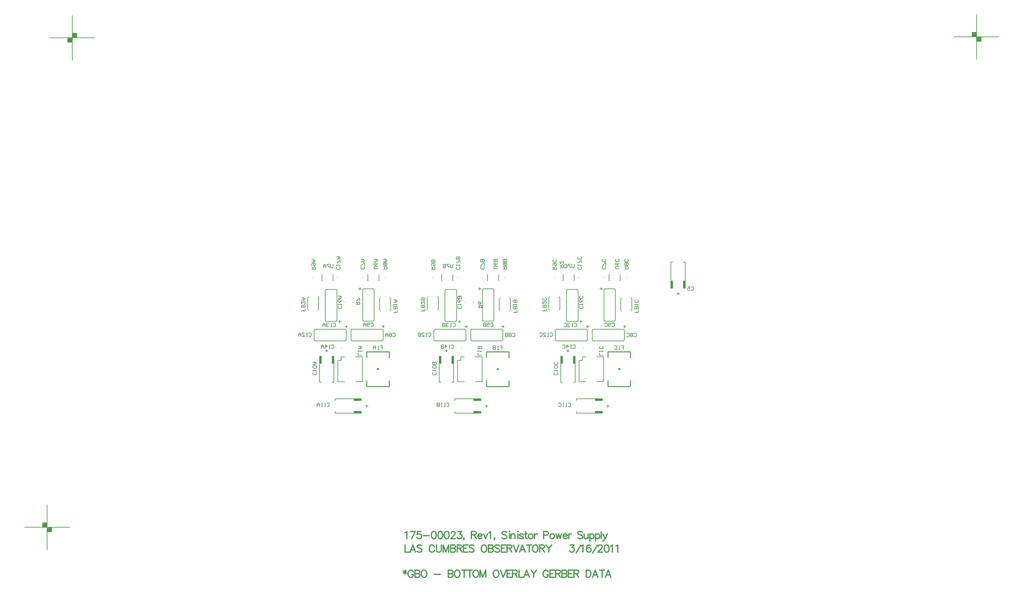
<source format=gbo>
%FSLAX23Y23*%
%MOIN*%
G70*
G01*
G75*
G04 Layer_Color=32896*
%ADD10R,0.051X0.059*%
%ADD11R,0.102X0.094*%
%ADD12R,0.070X0.135*%
%ADD13R,0.050X0.050*%
%ADD14R,0.079X0.209*%
%ADD15R,0.050X0.050*%
%ADD16R,0.022X0.057*%
%ADD17R,0.022X0.057*%
%ADD18R,0.059X0.051*%
%ADD19R,0.200X0.040*%
%ADD20R,0.200X0.150*%
%ADD21R,0.057X0.022*%
%ADD22R,0.057X0.022*%
%ADD23R,0.036X0.036*%
%ADD24O,0.014X0.067*%
%ADD25O,0.024X0.079*%
%ADD26R,0.059X0.039*%
%ADD27R,0.057X0.012*%
%ADD28R,0.025X0.185*%
%ADD29R,0.025X0.100*%
%ADD30C,0.010*%
%ADD31C,0.050*%
%ADD32C,0.007*%
%ADD33C,0.100*%
%ADD34C,0.012*%
%ADD35C,0.008*%
%ADD36C,0.012*%
%ADD37C,0.012*%
%ADD38C,0.115*%
%ADD39C,0.080*%
%ADD40R,0.120X0.120*%
%ADD41C,0.120*%
%ADD42R,0.059X0.059*%
%ADD43C,0.059*%
%ADD44C,0.050*%
%ADD45R,0.063X0.063*%
%ADD46C,0.063*%
%ADD47C,0.098*%
%ADD48C,0.065*%
%ADD49C,0.220*%
%ADD50C,0.039*%
%ADD51C,0.024*%
%ADD52C,0.030*%
%ADD53C,0.040*%
%ADD54C,0.093*%
G04:AMPARAMS|DCode=55|XSize=98mil|YSize=98mil|CornerRadius=0mil|HoleSize=0mil|Usage=FLASHONLY|Rotation=0.000|XOffset=0mil|YOffset=0mil|HoleType=Round|Shape=Relief|Width=10mil|Gap=10mil|Entries=4|*
%AMTHD55*
7,0,0,0.098,0.078,0.010,45*
%
%ADD55THD55*%
%ADD56C,0.098*%
%ADD57C,0.055*%
G04:AMPARAMS|DCode=58|XSize=95.433mil|YSize=95.433mil|CornerRadius=0mil|HoleSize=0mil|Usage=FLASHONLY|Rotation=0.000|XOffset=0mil|YOffset=0mil|HoleType=Round|Shape=Relief|Width=10mil|Gap=10mil|Entries=4|*
%AMTHD58*
7,0,0,0.095,0.075,0.010,45*
%
%ADD58THD58*%
%ADD59C,0.130*%
%ADD60C,0.059*%
%ADD61C,0.079*%
%ADD62C,0.072*%
%ADD63C,0.060*%
%ADD64C,0.170*%
%ADD65C,0.048*%
G04:AMPARAMS|DCode=66|XSize=87.559mil|YSize=87.559mil|CornerRadius=0mil|HoleSize=0mil|Usage=FLASHONLY|Rotation=0.000|XOffset=0mil|YOffset=0mil|HoleType=Round|Shape=Relief|Width=10mil|Gap=10mil|Entries=4|*
%AMTHD66*
7,0,0,0.088,0.068,0.010,45*
%
%ADD66THD66*%
%ADD67C,0.186*%
%ADD68C,0.060*%
%ADD69C,0.048*%
G04:AMPARAMS|DCode=70|XSize=70mil|YSize=70mil|CornerRadius=0mil|HoleSize=0mil|Usage=FLASHONLY|Rotation=0.000|XOffset=0mil|YOffset=0mil|HoleType=Round|Shape=Relief|Width=10mil|Gap=10mil|Entries=4|*
%AMTHD70*
7,0,0,0.070,0.050,0.010,45*
%
%ADD70THD70*%
G04:AMPARAMS|DCode=71|XSize=88mil|YSize=88mil|CornerRadius=0mil|HoleSize=0mil|Usage=FLASHONLY|Rotation=0.000|XOffset=0mil|YOffset=0mil|HoleType=Round|Shape=Relief|Width=10mil|Gap=10mil|Entries=4|*
%AMTHD71*
7,0,0,0.088,0.068,0.010,45*
%
%ADD71THD71*%
G04:AMPARAMS|DCode=72|XSize=75mil|YSize=75mil|CornerRadius=0mil|HoleSize=0mil|Usage=FLASHONLY|Rotation=0.000|XOffset=0mil|YOffset=0mil|HoleType=Round|Shape=Relief|Width=10mil|Gap=10mil|Entries=4|*
%AMTHD72*
7,0,0,0.075,0.055,0.010,45*
%
%ADD72THD72*%
%ADD73C,0.035*%
%ADD74C,0.005*%
%ADD75C,0.058*%
G04:AMPARAMS|DCode=76|XSize=138mil|YSize=138mil|CornerRadius=0mil|HoleSize=0mil|Usage=FLASHONLY|Rotation=0.000|XOffset=0mil|YOffset=0mil|HoleType=Round|Shape=Relief|Width=10mil|Gap=10mil|Entries=4|*
%AMTHD76*
7,0,0,0.138,0.118,0.010,45*
%
%ADD76THD76*%
G04:AMPARAMS|DCode=77|XSize=119.055mil|YSize=119.055mil|CornerRadius=0mil|HoleSize=0mil|Usage=FLASHONLY|Rotation=0.000|XOffset=0mil|YOffset=0mil|HoleType=Round|Shape=Relief|Width=10mil|Gap=10mil|Entries=4|*
%AMTHD77*
7,0,0,0.119,0.099,0.010,45*
%
%ADD77THD77*%
G04:AMPARAMS|DCode=78|XSize=112mil|YSize=112mil|CornerRadius=0mil|HoleSize=0mil|Usage=FLASHONLY|Rotation=0.000|XOffset=0mil|YOffset=0mil|HoleType=Round|Shape=Relief|Width=10mil|Gap=10mil|Entries=4|*
%AMTHD78*
7,0,0,0.112,0.092,0.010,45*
%
%ADD78THD78*%
G04:AMPARAMS|DCode=79|XSize=100mil|YSize=100mil|CornerRadius=0mil|HoleSize=0mil|Usage=FLASHONLY|Rotation=0.000|XOffset=0mil|YOffset=0mil|HoleType=Round|Shape=Relief|Width=10mil|Gap=10mil|Entries=4|*
%AMTHD79*
7,0,0,0.100,0.080,0.010,45*
%
%ADD79THD79*%
%ADD80R,0.094X0.102*%
%ADD81R,0.087X0.059*%
%ADD82R,0.209X0.079*%
%ADD83R,0.100X0.100*%
%ADD84R,0.086X0.060*%
%ADD85R,0.100X0.100*%
%ADD86C,0.010*%
%ADD87C,0.020*%
%ADD88C,0.004*%
%ADD89C,0.010*%
%ADD90C,0.024*%
%ADD91C,0.020*%
%ADD92C,0.008*%
%ADD93C,0.006*%
%ADD94C,0.007*%
%ADD95C,0.015*%
%ADD96R,0.286X0.155*%
%ADD97R,0.082X0.020*%
%ADD98R,0.055X0.063*%
%ADD99R,0.106X0.098*%
%ADD100R,0.074X0.139*%
%ADD101R,0.054X0.054*%
%ADD102R,0.083X0.213*%
%ADD103R,0.054X0.054*%
%ADD104R,0.026X0.061*%
%ADD105R,0.026X0.061*%
%ADD106R,0.063X0.055*%
%ADD107R,0.204X0.044*%
%ADD108R,0.204X0.154*%
%ADD109R,0.061X0.026*%
%ADD110R,0.061X0.026*%
%ADD111R,0.040X0.040*%
%ADD112O,0.018X0.071*%
%ADD113O,0.028X0.083*%
%ADD114R,0.063X0.043*%
%ADD115R,0.061X0.016*%
%ADD116R,0.029X0.189*%
%ADD117R,0.029X0.104*%
%ADD118C,0.119*%
%ADD119C,0.084*%
%ADD120R,0.124X0.124*%
%ADD121C,0.124*%
%ADD122R,0.063X0.063*%
%ADD123C,0.063*%
%ADD124C,0.054*%
%ADD125R,0.067X0.067*%
%ADD126C,0.067*%
%ADD127C,0.102*%
%ADD128C,0.069*%
%ADD129C,0.224*%
%ADD130C,0.043*%
%ADD131C,0.028*%
%ADD132C,0.034*%
%ADD133R,2.294X0.413*%
%ADD134R,0.098X0.106*%
%ADD135R,0.091X0.063*%
%ADD136R,0.213X0.083*%
%ADD137R,0.104X0.104*%
%ADD138R,0.090X0.064*%
%ADD139R,0.104X0.104*%
%ADD140R,0.020X0.082*%
D32*
X18998Y17528D02*
X18996Y17535D01*
X18988Y17538D01*
X18987Y17392D02*
X18995Y17395D01*
X18998Y17403D01*
X18874Y17402D02*
X18877Y17395D01*
X18884Y17392D01*
Y17538D02*
X18877Y17535D01*
X18874Y17528D01*
X19798Y17518D02*
X19796Y17525D01*
X19788Y17528D01*
X19787Y17382D02*
X19795Y17385D01*
X19798Y17393D01*
X19674Y17392D02*
X19677Y17385D01*
X19684Y17382D01*
Y17528D02*
X19677Y17525D01*
X19674Y17518D01*
X20328Y17528D02*
X20326Y17535D01*
X20318Y17538D01*
X20317Y17392D02*
X20325Y17395D01*
X20328Y17403D01*
X20204Y17402D02*
X20207Y17395D01*
X20214Y17392D01*
Y17538D02*
X20207Y17535D01*
X20204Y17528D01*
X21128Y17518D02*
X21126Y17525D01*
X21118Y17528D01*
X21117Y17382D02*
X21125Y17385D01*
X21128Y17393D01*
X21004Y17392D02*
X21007Y17385D01*
X21014Y17382D01*
Y17528D02*
X21007Y17525D01*
X21004Y17518D01*
X21678Y17528D02*
X21676Y17535D01*
X21668Y17538D01*
X21667Y17392D02*
X21675Y17395D01*
X21678Y17403D01*
X21554Y17402D02*
X21557Y17395D01*
X21564Y17392D01*
Y17538D02*
X21557Y17535D01*
X21554Y17528D01*
X22478Y17518D02*
X22476Y17525D01*
X22468Y17528D01*
X22467Y17382D02*
X22475Y17385D01*
X22478Y17393D01*
X22354Y17392D02*
X22357Y17385D01*
X22364Y17382D01*
Y17528D02*
X22357Y17525D01*
X22354Y17518D01*
X22991Y17560D02*
Y17590D01*
X22976Y17575D02*
X23006D01*
X19516Y16325D02*
X19546D01*
X19531Y16310D02*
Y16340D01*
X19086Y16925D02*
Y16955D01*
X19071Y16940D02*
X19101D01*
X19716Y17195D02*
Y17225D01*
X19701Y17210D02*
X19731D01*
X19306Y17195D02*
Y17225D01*
X19291Y17210D02*
X19321D01*
X18998Y17403D02*
Y17528D01*
X18874Y17402D02*
Y17528D01*
X19216Y17265D02*
X19246D01*
X19231Y17250D02*
Y17280D01*
X19441Y17630D02*
X19471D01*
X19456Y17615D02*
Y17645D01*
X19798Y17393D02*
Y17518D01*
X19674Y17392D02*
Y17518D01*
X20328Y17403D02*
Y17528D01*
X20204Y17402D02*
Y17528D01*
X21128Y17393D02*
Y17518D01*
X21004Y17392D02*
Y17518D01*
X20546Y17265D02*
X20576D01*
X20561Y17250D02*
Y17280D01*
X20636Y17195D02*
Y17225D01*
X20621Y17210D02*
X20651D01*
X20846Y16325D02*
X20876D01*
X20861Y16310D02*
Y16340D01*
X20416Y16925D02*
Y16955D01*
X20401Y16940D02*
X20431D01*
X20771Y17630D02*
X20801D01*
X20786Y17615D02*
Y17645D01*
X21046Y17195D02*
Y17225D01*
X21031Y17210D02*
X21061D01*
X21678Y17403D02*
Y17528D01*
X21554Y17402D02*
Y17528D01*
X22478Y17393D02*
Y17518D01*
X22354Y17392D02*
Y17518D01*
X21896Y17265D02*
X21926D01*
X21911Y17250D02*
Y17280D01*
X21986Y17195D02*
Y17225D01*
X21971Y17210D02*
X22001D01*
X22196Y16325D02*
X22226D01*
X22211Y16310D02*
Y16340D01*
X21766Y16925D02*
Y16955D01*
X21751Y16940D02*
X21781D01*
X22121Y17630D02*
X22151D01*
X22136Y17615D02*
Y17645D01*
X22396Y17195D02*
Y17225D01*
X22381Y17210D02*
X22411D01*
X23136Y17647D02*
X23142Y17653D01*
X23156D01*
X23162Y17647D01*
Y17620D01*
X23156Y17613D01*
X23142D01*
X23136Y17620D01*
X23096Y17653D02*
X23122D01*
Y17633D01*
X23109Y17640D01*
X23102D01*
X23096Y17633D01*
Y17620D01*
X23102Y17613D01*
X23116D01*
X23122Y17620D01*
X19500Y17878D02*
X19506Y17871D01*
Y17858D01*
X19500Y17851D01*
X19473D01*
X19466Y17858D01*
Y17871D01*
X19473Y17878D01*
X19506Y17891D02*
Y17918D01*
X19500D01*
X19473Y17891D01*
X19466D01*
Y17931D02*
X19493D01*
X19506Y17944D01*
X19493Y17958D01*
X19466D01*
X19486D01*
Y17931D01*
X20830Y17878D02*
X20836Y17871D01*
Y17858D01*
X20830Y17851D01*
X20803D01*
X20796Y17858D01*
Y17871D01*
X20803Y17878D01*
X20836Y17891D02*
Y17918D01*
X20830D01*
X20803Y17891D01*
X20796D01*
X20836Y17931D02*
X20796D01*
Y17951D01*
X20803Y17958D01*
X20810D01*
X20816Y17951D01*
Y17931D01*
Y17951D01*
X20823Y17958D01*
X20830D01*
X20836Y17951D01*
Y17931D01*
X22180Y17878D02*
X22186Y17871D01*
Y17858D01*
X22180Y17851D01*
X22153D01*
X22146Y17858D01*
Y17871D01*
X22153Y17878D01*
X22186Y17891D02*
Y17918D01*
X22180D01*
X22153Y17891D01*
X22146D01*
X22180Y17958D02*
X22186Y17951D01*
Y17938D01*
X22180Y17931D01*
X22153D01*
X22146Y17938D01*
Y17951D01*
X22153Y17958D01*
X19821Y17129D02*
X19827Y17136D01*
X19841D01*
X19847Y17129D01*
Y17103D01*
X19841Y17096D01*
X19827D01*
X19821Y17103D01*
X19807Y17129D02*
X19801Y17136D01*
X19787D01*
X19781Y17129D01*
Y17123D01*
X19787Y17116D01*
X19781Y17109D01*
Y17103D01*
X19787Y17096D01*
X19801D01*
X19807Y17103D01*
Y17109D01*
X19801Y17116D01*
X19807Y17123D01*
Y17129D01*
X19801Y17116D02*
X19787D01*
X19767Y17096D02*
Y17123D01*
X19754Y17136D01*
X19741Y17123D01*
Y17096D01*
Y17116D01*
X19767D01*
X21151Y17129D02*
X21157Y17136D01*
X21171D01*
X21177Y17129D01*
Y17103D01*
X21171Y17096D01*
X21157D01*
X21151Y17103D01*
X21137Y17129D02*
X21131Y17136D01*
X21117D01*
X21111Y17129D01*
Y17123D01*
X21117Y17116D01*
X21111Y17109D01*
Y17103D01*
X21117Y17096D01*
X21131D01*
X21137Y17103D01*
Y17109D01*
X21131Y17116D01*
X21137Y17123D01*
Y17129D01*
X21131Y17116D02*
X21117D01*
X21097Y17136D02*
Y17096D01*
X21077D01*
X21071Y17103D01*
Y17109D01*
X21077Y17116D01*
X21097D01*
X21077D01*
X21071Y17123D01*
Y17129D01*
X21077Y17136D01*
X21097D01*
X22501Y17129D02*
X22507Y17136D01*
X22521D01*
X22527Y17129D01*
Y17103D01*
X22521Y17096D01*
X22507D01*
X22501Y17103D01*
X22487Y17129D02*
X22481Y17136D01*
X22467D01*
X22461Y17129D01*
Y17123D01*
X22467Y17116D01*
X22461Y17109D01*
Y17103D01*
X22467Y17096D01*
X22481D01*
X22487Y17103D01*
Y17109D01*
X22481Y17116D01*
X22487Y17123D01*
Y17129D01*
X22481Y17116D02*
X22467D01*
X22421Y17129D02*
X22427Y17136D01*
X22441D01*
X22447Y17129D01*
Y17103D01*
X22441Y17096D01*
X22427D01*
X22421Y17103D01*
X19577Y17241D02*
X19583Y17248D01*
X19597D01*
X19603Y17241D01*
Y17215D01*
X19597Y17208D01*
X19583D01*
X19577Y17215D01*
X19563D02*
X19557Y17208D01*
X19543D01*
X19537Y17215D01*
Y17241D01*
X19543Y17248D01*
X19557D01*
X19563Y17241D01*
Y17235D01*
X19557Y17228D01*
X19537D01*
X19523Y17208D02*
Y17235D01*
X19510Y17248D01*
X19497Y17235D01*
Y17208D01*
Y17228D01*
X19523D01*
X20907Y17241D02*
X20913Y17248D01*
X20927D01*
X20933Y17241D01*
Y17215D01*
X20927Y17208D01*
X20913D01*
X20907Y17215D01*
X20893D02*
X20887Y17208D01*
X20873D01*
X20867Y17215D01*
Y17241D01*
X20873Y17248D01*
X20887D01*
X20893Y17241D01*
Y17235D01*
X20887Y17228D01*
X20867D01*
X20853Y17248D02*
Y17208D01*
X20833D01*
X20827Y17215D01*
Y17221D01*
X20833Y17228D01*
X20853D01*
X20833D01*
X20827Y17235D01*
Y17241D01*
X20833Y17248D01*
X20853D01*
X22257Y17241D02*
X22263Y17248D01*
X22277D01*
X22283Y17241D01*
Y17215D01*
X22277Y17208D01*
X22263D01*
X22257Y17215D01*
X22243D02*
X22237Y17208D01*
X22223D01*
X22217Y17215D01*
Y17241D01*
X22223Y17248D01*
X22237D01*
X22243Y17241D01*
Y17235D01*
X22237Y17228D01*
X22217D01*
X22177Y17241D02*
X22183Y17248D01*
X22197D01*
X22203Y17241D01*
Y17215D01*
X22197Y17208D01*
X22183D01*
X22177Y17215D01*
X18968Y16699D02*
X18974Y16692D01*
Y16679D01*
X18968Y16672D01*
X18941D01*
X18934Y16679D01*
Y16692D01*
X18941Y16699D01*
X18934Y16712D02*
Y16725D01*
Y16719D01*
X18974D01*
X18968Y16712D01*
Y16745D02*
X18974Y16752D01*
Y16765D01*
X18968Y16772D01*
X18941D01*
X18934Y16765D01*
Y16752D01*
X18941Y16745D01*
X18968D01*
X18934Y16785D02*
X18961D01*
X18974Y16799D01*
X18961Y16812D01*
X18934D01*
X18954D01*
Y16785D01*
X20298Y16699D02*
X20304Y16692D01*
Y16679D01*
X20298Y16672D01*
X20271D01*
X20264Y16679D01*
Y16692D01*
X20271Y16699D01*
X20264Y16712D02*
Y16725D01*
Y16719D01*
X20304D01*
X20298Y16712D01*
Y16745D02*
X20304Y16752D01*
Y16765D01*
X20298Y16772D01*
X20271D01*
X20264Y16765D01*
Y16752D01*
X20271Y16745D01*
X20298D01*
X20304Y16785D02*
X20264D01*
Y16805D01*
X20271Y16812D01*
X20278D01*
X20284Y16805D01*
Y16785D01*
Y16805D01*
X20291Y16812D01*
X20298D01*
X20304Y16805D01*
Y16785D01*
X21648Y16699D02*
X21654Y16692D01*
Y16679D01*
X21648Y16672D01*
X21621D01*
X21614Y16679D01*
Y16692D01*
X21621Y16699D01*
X21614Y16712D02*
Y16725D01*
Y16719D01*
X21654D01*
X21648Y16712D01*
Y16745D02*
X21654Y16752D01*
Y16765D01*
X21648Y16772D01*
X21621D01*
X21614Y16765D01*
Y16752D01*
X21621Y16745D01*
X21648D01*
Y16812D02*
X21654Y16805D01*
Y16792D01*
X21648Y16785D01*
X21621D01*
X21614Y16792D01*
Y16805D01*
X21621Y16812D01*
X19089Y16353D02*
X19095Y16360D01*
X19109D01*
X19115Y16353D01*
Y16327D01*
X19109Y16320D01*
X19095D01*
X19089Y16327D01*
X19075Y16320D02*
X19062D01*
X19069D01*
Y16360D01*
X19075Y16353D01*
X19042Y16320D02*
X19029D01*
X19035D01*
Y16360D01*
X19042Y16353D01*
X19009Y16320D02*
Y16347D01*
X18995Y16360D01*
X18982Y16347D01*
Y16320D01*
Y16340D01*
X19009D01*
X20419Y16353D02*
X20425Y16360D01*
X20439D01*
X20445Y16353D01*
Y16327D01*
X20439Y16320D01*
X20425D01*
X20419Y16327D01*
X20405Y16320D02*
X20392D01*
X20399D01*
Y16360D01*
X20405Y16353D01*
X20372Y16320D02*
X20359D01*
X20365D01*
Y16360D01*
X20372Y16353D01*
X20339Y16360D02*
Y16320D01*
X20319D01*
X20312Y16327D01*
Y16333D01*
X20319Y16340D01*
X20339D01*
X20319D01*
X20312Y16347D01*
Y16353D01*
X20319Y16360D01*
X20339D01*
X21769Y16353D02*
X21775Y16360D01*
X21789D01*
X21795Y16353D01*
Y16327D01*
X21789Y16320D01*
X21775D01*
X21769Y16327D01*
X21755Y16320D02*
X21742D01*
X21749D01*
Y16360D01*
X21755Y16353D01*
X21722Y16320D02*
X21709D01*
X21715D01*
Y16360D01*
X21722Y16353D01*
X21662D02*
X21669Y16360D01*
X21682D01*
X21689Y16353D01*
Y16327D01*
X21682Y16320D01*
X21669D01*
X21662Y16327D01*
X18887Y17134D02*
X18893Y17141D01*
X18907D01*
X18913Y17134D01*
Y17108D01*
X18907Y17101D01*
X18893D01*
X18887Y17108D01*
X18873Y17101D02*
X18860D01*
X18867D01*
Y17141D01*
X18873Y17134D01*
X18813Y17101D02*
X18840D01*
X18813Y17128D01*
Y17134D01*
X18820Y17141D01*
X18833D01*
X18840Y17134D01*
X18800Y17101D02*
Y17128D01*
X18787Y17141D01*
X18774Y17128D01*
Y17101D01*
Y17121D01*
X18800D01*
X20217Y17134D02*
X20223Y17141D01*
X20237D01*
X20243Y17134D01*
Y17108D01*
X20237Y17101D01*
X20223D01*
X20217Y17108D01*
X20203Y17101D02*
X20190D01*
X20197D01*
Y17141D01*
X20203Y17134D01*
X20143Y17101D02*
X20170D01*
X20143Y17128D01*
Y17134D01*
X20150Y17141D01*
X20163D01*
X20170Y17134D01*
X20130Y17141D02*
Y17101D01*
X20110D01*
X20104Y17108D01*
Y17114D01*
X20110Y17121D01*
X20130D01*
X20110D01*
X20104Y17128D01*
Y17134D01*
X20110Y17141D01*
X20130D01*
X21567Y17134D02*
X21573Y17141D01*
X21587D01*
X21593Y17134D01*
Y17108D01*
X21587Y17101D01*
X21573D01*
X21567Y17108D01*
X21553Y17101D02*
X21540D01*
X21547D01*
Y17141D01*
X21553Y17134D01*
X21493Y17101D02*
X21520D01*
X21493Y17128D01*
Y17134D01*
X21500Y17141D01*
X21513D01*
X21520Y17134D01*
X21454D02*
X21460Y17141D01*
X21473D01*
X21480Y17134D01*
Y17108D01*
X21473Y17101D01*
X21460D01*
X21454Y17108D01*
X19158Y17240D02*
X19164Y17247D01*
X19178D01*
X19184Y17240D01*
Y17214D01*
X19178Y17207D01*
X19164D01*
X19158Y17214D01*
X19144Y17207D02*
X19131D01*
X19138D01*
Y17247D01*
X19144Y17240D01*
X19111D02*
X19104Y17247D01*
X19091D01*
X19084Y17240D01*
Y17234D01*
X19091Y17227D01*
X19098D01*
X19091D01*
X19084Y17220D01*
Y17214D01*
X19091Y17207D01*
X19104D01*
X19111Y17214D01*
X19071Y17207D02*
Y17234D01*
X19058Y17247D01*
X19045Y17234D01*
Y17207D01*
Y17227D01*
X19071D01*
X20488Y17240D02*
X20494Y17247D01*
X20508D01*
X20514Y17240D01*
Y17214D01*
X20508Y17207D01*
X20494D01*
X20488Y17214D01*
X20474Y17207D02*
X20461D01*
X20468D01*
Y17247D01*
X20474Y17240D01*
X20441D02*
X20434Y17247D01*
X20421D01*
X20414Y17240D01*
Y17234D01*
X20421Y17227D01*
X20428D01*
X20421D01*
X20414Y17220D01*
Y17214D01*
X20421Y17207D01*
X20434D01*
X20441Y17214D01*
X20401Y17247D02*
Y17207D01*
X20381D01*
X20375Y17214D01*
Y17220D01*
X20381Y17227D01*
X20401D01*
X20381D01*
X20375Y17234D01*
Y17240D01*
X20381Y17247D01*
X20401D01*
X21838Y17240D02*
X21844Y17247D01*
X21858D01*
X21864Y17240D01*
Y17214D01*
X21858Y17207D01*
X21844D01*
X21838Y17214D01*
X21824Y17207D02*
X21811D01*
X21818D01*
Y17247D01*
X21824Y17240D01*
X21791D02*
X21784Y17247D01*
X21771D01*
X21764Y17240D01*
Y17234D01*
X21771Y17227D01*
X21778D01*
X21771D01*
X21764Y17220D01*
Y17214D01*
X21771Y17207D01*
X21784D01*
X21791Y17214D01*
X21725Y17240D02*
X21731Y17247D01*
X21744D01*
X21751Y17240D01*
Y17214D01*
X21744Y17207D01*
X21731D01*
X21725Y17214D01*
X19140Y16999D02*
X19146Y17006D01*
X19160D01*
X19166Y16999D01*
Y16973D01*
X19160Y16966D01*
X19146D01*
X19140Y16973D01*
X19126Y16966D02*
X19113D01*
X19120D01*
Y17006D01*
X19126Y16999D01*
X19073Y16966D02*
Y17006D01*
X19093Y16986D01*
X19066D01*
X19053Y16966D02*
Y16993D01*
X19040Y17006D01*
X19027Y16993D01*
Y16966D01*
Y16986D01*
X19053D01*
X20470Y16999D02*
X20476Y17006D01*
X20490D01*
X20496Y16999D01*
Y16973D01*
X20490Y16966D01*
X20476D01*
X20470Y16973D01*
X20456Y16966D02*
X20443D01*
X20450D01*
Y17006D01*
X20456Y16999D01*
X20403Y16966D02*
Y17006D01*
X20423Y16986D01*
X20396D01*
X20383Y17006D02*
Y16966D01*
X20363D01*
X20357Y16973D01*
Y16979D01*
X20363Y16986D01*
X20383D01*
X20363D01*
X20357Y16993D01*
Y16999D01*
X20363Y17006D01*
X20383D01*
X21820Y16999D02*
X21826Y17006D01*
X21840D01*
X21846Y16999D01*
Y16973D01*
X21840Y16966D01*
X21826D01*
X21820Y16973D01*
X21806Y16966D02*
X21793D01*
X21800D01*
Y17006D01*
X21806Y16999D01*
X21753Y16966D02*
Y17006D01*
X21773Y16986D01*
X21746D01*
X21707Y16999D02*
X21713Y17006D01*
X21726D01*
X21733Y16999D01*
Y16973D01*
X21726Y16966D01*
X21713D01*
X21707Y16973D01*
X19247Y17435D02*
X19253Y17428D01*
Y17415D01*
X19247Y17408D01*
X19220D01*
X19213Y17415D01*
Y17428D01*
X19220Y17435D01*
X19213Y17448D02*
Y17461D01*
Y17455D01*
X19253D01*
X19247Y17448D01*
X19253Y17508D02*
X19247Y17495D01*
X19233Y17481D01*
X19220D01*
X19213Y17488D01*
Y17501D01*
X19220Y17508D01*
X19227D01*
X19233Y17501D01*
Y17481D01*
X19213Y17521D02*
X19240D01*
X19253Y17535D01*
X19240Y17548D01*
X19213D01*
X19233D01*
Y17521D01*
X20577Y17435D02*
X20583Y17428D01*
Y17415D01*
X20577Y17408D01*
X20550D01*
X20543Y17415D01*
Y17428D01*
X20550Y17435D01*
X20543Y17448D02*
Y17461D01*
Y17455D01*
X20583D01*
X20577Y17448D01*
X20583Y17508D02*
X20577Y17495D01*
X20563Y17481D01*
X20550D01*
X20543Y17488D01*
Y17501D01*
X20550Y17508D01*
X20557D01*
X20563Y17501D01*
Y17481D01*
X20583Y17521D02*
X20543D01*
Y17541D01*
X20550Y17548D01*
X20557D01*
X20563Y17541D01*
Y17521D01*
Y17541D01*
X20570Y17548D01*
X20577D01*
X20583Y17541D01*
Y17521D01*
X21927Y17435D02*
X21933Y17428D01*
Y17415D01*
X21927Y17408D01*
X21900D01*
X21893Y17415D01*
Y17428D01*
X21900Y17435D01*
X21893Y17448D02*
Y17461D01*
Y17455D01*
X21933D01*
X21927Y17448D01*
X21933Y17508D02*
X21927Y17495D01*
X21913Y17481D01*
X21900D01*
X21893Y17488D01*
Y17501D01*
X21900Y17508D01*
X21907D01*
X21913Y17501D01*
Y17481D01*
X21927Y17548D02*
X21933Y17541D01*
Y17528D01*
X21927Y17521D01*
X21900D01*
X21893Y17528D01*
Y17541D01*
X21900Y17548D01*
X19232Y17874D02*
X19238Y17867D01*
Y17854D01*
X19232Y17847D01*
X19205D01*
X19198Y17854D01*
Y17867D01*
X19205Y17874D01*
X19198Y17887D02*
Y17900D01*
Y17894D01*
X19238D01*
X19232Y17887D01*
X19238Y17920D02*
Y17947D01*
X19232D01*
X19205Y17920D01*
X19198D01*
Y17960D02*
X19225D01*
X19238Y17974D01*
X19225Y17987D01*
X19198D01*
X19218D01*
Y17960D01*
X20562Y17874D02*
X20568Y17867D01*
Y17854D01*
X20562Y17847D01*
X20535D01*
X20528Y17854D01*
Y17867D01*
X20535Y17874D01*
X20528Y17887D02*
Y17900D01*
Y17894D01*
X20568D01*
X20562Y17887D01*
X20568Y17920D02*
Y17947D01*
X20562D01*
X20535Y17920D01*
X20528D01*
X20568Y17960D02*
X20528D01*
Y17980D01*
X20535Y17987D01*
X20542D01*
X20548Y17980D01*
Y17960D01*
Y17980D01*
X20555Y17987D01*
X20562D01*
X20568Y17980D01*
Y17960D01*
X21912Y17874D02*
X21918Y17867D01*
Y17854D01*
X21912Y17847D01*
X21885D01*
X21878Y17854D01*
Y17867D01*
X21885Y17874D01*
X21878Y17887D02*
Y17900D01*
Y17894D01*
X21918D01*
X21912Y17887D01*
X21918Y17920D02*
Y17947D01*
X21912D01*
X21885Y17920D01*
X21878D01*
X21912Y17987D02*
X21918Y17980D01*
Y17967D01*
X21912Y17960D01*
X21885D01*
X21878Y17967D01*
Y17980D01*
X21885Y17987D01*
X19679Y16997D02*
X19705D01*
Y16977D01*
X19692D01*
X19705D01*
Y16957D01*
X19665D02*
X19652D01*
X19659D01*
Y16997D01*
X19665Y16990D01*
X19632Y16957D02*
Y16984D01*
X19619Y16997D01*
X19605Y16984D01*
Y16957D01*
Y16977D01*
X19632D01*
X21009Y16997D02*
X21035D01*
Y16977D01*
X21022D01*
X21035D01*
Y16957D01*
X20995D02*
X20982D01*
X20989D01*
Y16997D01*
X20995Y16990D01*
X20962Y16997D02*
Y16957D01*
X20942D01*
X20935Y16964D01*
Y16970D01*
X20942Y16977D01*
X20962D01*
X20942D01*
X20935Y16984D01*
Y16990D01*
X20942Y16997D01*
X20962D01*
X22359D02*
X22385D01*
Y16977D01*
X22372D01*
X22385D01*
Y16957D01*
X22345D02*
X22332D01*
X22339D01*
Y16997D01*
X22345Y16990D01*
X22285D02*
X22292Y16997D01*
X22305D01*
X22312Y16990D01*
Y16964D01*
X22305Y16957D01*
X22292D01*
X22285Y16964D01*
X19872Y17394D02*
Y17367D01*
X19852D01*
Y17381D01*
Y17367D01*
X19832D01*
X19872Y17407D02*
X19832D01*
Y17427D01*
X19839Y17434D01*
X19845D01*
X19852Y17427D01*
Y17407D01*
Y17427D01*
X19859Y17434D01*
X19865D01*
X19872Y17427D01*
Y17407D01*
X19832Y17447D02*
Y17461D01*
Y17454D01*
X19872D01*
X19865Y17447D01*
X19832Y17481D02*
X19859D01*
X19872Y17494D01*
X19859Y17507D01*
X19832D01*
X19852D01*
Y17481D01*
X21202Y17394D02*
Y17367D01*
X21182D01*
Y17381D01*
Y17367D01*
X21162D01*
X21202Y17407D02*
X21162D01*
Y17427D01*
X21169Y17434D01*
X21175D01*
X21182Y17427D01*
Y17407D01*
Y17427D01*
X21189Y17434D01*
X21195D01*
X21202Y17427D01*
Y17407D01*
X21162Y17447D02*
Y17461D01*
Y17454D01*
X21202D01*
X21195Y17447D01*
X21202Y17481D02*
X21162D01*
Y17501D01*
X21169Y17507D01*
X21175D01*
X21182Y17501D01*
Y17481D01*
Y17501D01*
X21189Y17507D01*
X21195D01*
X21202Y17501D01*
Y17481D01*
X22552Y17394D02*
Y17367D01*
X22532D01*
Y17381D01*
Y17367D01*
X22512D01*
X22552Y17407D02*
X22512D01*
Y17427D01*
X22519Y17434D01*
X22525D01*
X22532Y17427D01*
Y17407D01*
Y17427D01*
X22539Y17434D01*
X22545D01*
X22552Y17427D01*
Y17407D01*
X22512Y17447D02*
Y17461D01*
Y17454D01*
X22552D01*
X22545Y17447D01*
Y17507D02*
X22552Y17501D01*
Y17487D01*
X22545Y17481D01*
X22519D01*
X22512Y17487D01*
Y17501D01*
X22519Y17507D01*
X18847Y17410D02*
Y17383D01*
X18827D01*
Y17396D01*
Y17383D01*
X18807D01*
X18847Y17423D02*
X18807D01*
Y17443D01*
X18814Y17450D01*
X18821D01*
X18827Y17443D01*
Y17423D01*
Y17443D01*
X18834Y17450D01*
X18841D01*
X18847Y17443D01*
Y17423D01*
X18807Y17490D02*
Y17463D01*
X18834Y17490D01*
X18841D01*
X18847Y17483D01*
Y17470D01*
X18841Y17463D01*
X18807Y17503D02*
X18834D01*
X18847Y17516D01*
X18834Y17530D01*
X18807D01*
X18827D01*
Y17503D01*
X20177Y17410D02*
Y17383D01*
X20157D01*
Y17396D01*
Y17383D01*
X20137D01*
X20177Y17423D02*
X20137D01*
Y17443D01*
X20144Y17450D01*
X20151D01*
X20157Y17443D01*
Y17423D01*
Y17443D01*
X20164Y17450D01*
X20171D01*
X20177Y17443D01*
Y17423D01*
X20137Y17490D02*
Y17463D01*
X20164Y17490D01*
X20171D01*
X20177Y17483D01*
Y17470D01*
X20171Y17463D01*
X20177Y17503D02*
X20137D01*
Y17523D01*
X20144Y17530D01*
X20151D01*
X20157Y17523D01*
Y17503D01*
Y17523D01*
X20164Y17530D01*
X20171D01*
X20177Y17523D01*
Y17503D01*
X21527Y17410D02*
Y17383D01*
X21507D01*
Y17396D01*
Y17383D01*
X21487D01*
X21527Y17423D02*
X21487D01*
Y17443D01*
X21494Y17450D01*
X21501D01*
X21507Y17443D01*
Y17423D01*
Y17443D01*
X21514Y17450D01*
X21521D01*
X21527Y17443D01*
Y17423D01*
X21487Y17490D02*
Y17463D01*
X21514Y17490D01*
X21521D01*
X21527Y17483D01*
Y17470D01*
X21521Y17463D01*
Y17530D02*
X21527Y17523D01*
Y17510D01*
X21521Y17503D01*
X21494D01*
X21487Y17510D01*
Y17523D01*
X21494Y17530D01*
X19477Y16890D02*
X19437D01*
Y16917D01*
Y16930D02*
Y16943D01*
Y16937D01*
X19477D01*
X19471Y16930D01*
X19437Y16963D02*
X19464D01*
X19477Y16977D01*
X19464Y16990D01*
X19437D01*
X19457D01*
Y16963D01*
X20807Y16890D02*
X20767D01*
Y16917D01*
Y16930D02*
Y16943D01*
Y16937D01*
X20807D01*
X20801Y16930D01*
X20807Y16963D02*
X20767D01*
Y16983D01*
X20774Y16990D01*
X20781D01*
X20787Y16983D01*
Y16963D01*
Y16983D01*
X20794Y16990D01*
X20801D01*
X20807Y16983D01*
Y16963D01*
X22157Y16890D02*
X22117D01*
Y16917D01*
Y16930D02*
Y16943D01*
Y16937D01*
X22157D01*
X22151Y16930D01*
Y16990D02*
X22157Y16983D01*
Y16970D01*
X22151Y16963D01*
X22124D01*
X22117Y16970D01*
Y16983D01*
X22124Y16990D01*
X21680Y17868D02*
X21720D01*
Y17888D01*
X21713Y17895D01*
X21700D01*
X21693Y17888D01*
Y17868D01*
Y17882D02*
X21680Y17895D01*
Y17935D02*
Y17908D01*
X21707Y17935D01*
X21713D01*
X21720Y17928D01*
Y17915D01*
X21713Y17908D01*
X20770Y17418D02*
X20810D01*
Y17438D01*
X20803Y17445D01*
X20790D01*
X20783Y17438D01*
Y17418D01*
Y17432D02*
X20770Y17445D01*
X20810Y17485D02*
X20803Y17472D01*
X20790Y17458D01*
X20777D01*
X20770Y17465D01*
Y17478D01*
X20777Y17485D01*
X20783D01*
X20790Y17478D01*
Y17458D01*
X19414Y17456D02*
X19454D01*
Y17476D01*
X19448Y17483D01*
X19434D01*
X19428Y17476D01*
Y17456D01*
Y17469D02*
X19414Y17483D01*
X19454Y17496D02*
Y17523D01*
X19448D01*
X19421Y17496D01*
X19414D01*
X19717Y17851D02*
X19757D01*
Y17871D01*
X19751Y17878D01*
X19737D01*
X19731Y17871D01*
Y17851D01*
Y17864D02*
X19717Y17878D01*
X19751Y17891D02*
X19757Y17898D01*
Y17911D01*
X19751Y17918D01*
X19744D01*
X19737Y17911D01*
X19731Y17918D01*
X19724D01*
X19717Y17911D01*
Y17898D01*
X19724Y17891D01*
X19731D01*
X19737Y17898D01*
X19744Y17891D01*
X19751D01*
X19737Y17898D02*
Y17911D01*
X19717Y17931D02*
X19744D01*
X19757Y17944D01*
X19744Y17958D01*
X19717D01*
X19737D01*
Y17931D01*
X21047Y17851D02*
X21087D01*
Y17871D01*
X21081Y17878D01*
X21067D01*
X21061Y17871D01*
Y17851D01*
Y17864D02*
X21047Y17878D01*
X21081Y17891D02*
X21087Y17898D01*
Y17911D01*
X21081Y17918D01*
X21074D01*
X21067Y17911D01*
X21061Y17918D01*
X21054D01*
X21047Y17911D01*
Y17898D01*
X21054Y17891D01*
X21061D01*
X21067Y17898D01*
X21074Y17891D01*
X21081D01*
X21067Y17898D02*
Y17911D01*
X21087Y17931D02*
X21047D01*
Y17951D01*
X21054Y17958D01*
X21061D01*
X21067Y17951D01*
Y17931D01*
Y17951D01*
X21074Y17958D01*
X21081D01*
X21087Y17951D01*
Y17931D01*
X22397Y17851D02*
X22437D01*
Y17871D01*
X22431Y17878D01*
X22417D01*
X22411Y17871D01*
Y17851D01*
Y17864D02*
X22397Y17878D01*
X22431Y17891D02*
X22437Y17898D01*
Y17911D01*
X22431Y17918D01*
X22424D01*
X22417Y17911D01*
X22411Y17918D01*
X22404D01*
X22397Y17911D01*
Y17898D01*
X22404Y17891D01*
X22411D01*
X22417Y17898D01*
X22424Y17891D01*
X22431D01*
X22417Y17898D02*
Y17911D01*
X22431Y17958D02*
X22437Y17951D01*
Y17938D01*
X22431Y17931D01*
X22404D01*
X22397Y17938D01*
Y17951D01*
X22404Y17958D01*
X18919Y17847D02*
X18959D01*
Y17867D01*
X18953Y17874D01*
X18939D01*
X18933Y17867D01*
Y17847D01*
Y17860D02*
X18919Y17874D01*
X18926Y17887D02*
X18919Y17894D01*
Y17907D01*
X18926Y17914D01*
X18953D01*
X18959Y17907D01*
Y17894D01*
X18953Y17887D01*
X18946D01*
X18939Y17894D01*
Y17914D01*
X18919Y17927D02*
X18946D01*
X18959Y17940D01*
X18946Y17954D01*
X18919D01*
X18939D01*
Y17927D01*
X20249Y17847D02*
X20289D01*
Y17867D01*
X20283Y17874D01*
X20269D01*
X20263Y17867D01*
Y17847D01*
Y17860D02*
X20249Y17874D01*
X20256Y17887D02*
X20249Y17894D01*
Y17907D01*
X20256Y17914D01*
X20283D01*
X20289Y17907D01*
Y17894D01*
X20283Y17887D01*
X20276D01*
X20269Y17894D01*
Y17914D01*
X20289Y17927D02*
X20249D01*
Y17947D01*
X20256Y17954D01*
X20263D01*
X20269Y17947D01*
Y17927D01*
Y17947D01*
X20276Y17954D01*
X20283D01*
X20289Y17947D01*
Y17927D01*
X21599Y17847D02*
X21639D01*
Y17867D01*
X21633Y17874D01*
X21619D01*
X21613Y17867D01*
Y17847D01*
Y17860D02*
X21599Y17874D01*
X21606Y17887D02*
X21599Y17894D01*
Y17907D01*
X21606Y17914D01*
X21633D01*
X21639Y17907D01*
Y17894D01*
X21633Y17887D01*
X21626D01*
X21619Y17894D01*
Y17914D01*
X21633Y17954D02*
X21639Y17947D01*
Y17934D01*
X21633Y17927D01*
X21606D01*
X21599Y17934D01*
Y17947D01*
X21606Y17954D01*
X19653Y17853D02*
X19620D01*
X19613Y17860D01*
Y17873D01*
X19620Y17880D01*
X19653D01*
Y17920D02*
X19647Y17906D01*
X19633Y17893D01*
X19620D01*
X19613Y17900D01*
Y17913D01*
X19620Y17920D01*
X19627D01*
X19633Y17913D01*
Y17893D01*
X19613Y17933D02*
X19640D01*
X19653Y17946D01*
X19640Y17960D01*
X19613D01*
X19633D01*
Y17933D01*
X20983Y17853D02*
X20950D01*
X20943Y17860D01*
Y17873D01*
X20950Y17880D01*
X20983D01*
Y17920D02*
X20977Y17906D01*
X20963Y17893D01*
X20950D01*
X20943Y17900D01*
Y17913D01*
X20950Y17920D01*
X20957D01*
X20963Y17913D01*
Y17893D01*
X20983Y17933D02*
X20943D01*
Y17953D01*
X20950Y17960D01*
X20957D01*
X20963Y17953D01*
Y17933D01*
Y17953D01*
X20970Y17960D01*
X20977D01*
X20983Y17953D01*
Y17933D01*
X22333Y17853D02*
X22300D01*
X22293Y17860D01*
Y17873D01*
X22300Y17880D01*
X22333D01*
Y17920D02*
X22327Y17906D01*
X22313Y17893D01*
X22300D01*
X22293Y17900D01*
Y17913D01*
X22300Y17920D01*
X22307D01*
X22313Y17913D01*
Y17893D01*
X22327Y17960D02*
X22333Y17953D01*
Y17940D01*
X22327Y17933D01*
X22300D01*
X22293Y17940D01*
Y17953D01*
X22300Y17960D01*
X19156Y17902D02*
Y17869D01*
X19150Y17862D01*
X19136D01*
X19130Y17869D01*
Y17902D01*
X19116D02*
X19090D01*
Y17895D01*
X19116Y17869D01*
Y17862D01*
X19076D02*
Y17889D01*
X19063Y17902D01*
X19050Y17889D01*
Y17862D01*
Y17882D01*
X19076D01*
X20486Y17902D02*
Y17869D01*
X20480Y17862D01*
X20466D01*
X20460Y17869D01*
Y17902D01*
X20446D02*
X20420D01*
Y17895D01*
X20446Y17869D01*
Y17862D01*
X20406Y17902D02*
Y17862D01*
X20386D01*
X20380Y17869D01*
Y17875D01*
X20386Y17882D01*
X20406D01*
X20386D01*
X20380Y17889D01*
Y17895D01*
X20386Y17902D01*
X20406D01*
X21836D02*
Y17869D01*
X21830Y17862D01*
X21816D01*
X21810Y17869D01*
Y17902D01*
X21796D02*
X21770D01*
Y17895D01*
X21796Y17869D01*
Y17862D01*
X21730Y17895D02*
X21736Y17902D01*
X21750D01*
X21756Y17895D01*
Y17869D01*
X21750Y17862D01*
X21736D01*
X21730Y17869D01*
D34*
X19956Y14499D02*
Y14454D01*
X19937Y14488D02*
X19975Y14465D01*
Y14488D02*
X19937Y14465D01*
X20049Y14480D02*
X20045Y14488D01*
X20037Y14496D01*
X20030Y14499D01*
X20014D01*
X20007Y14496D01*
X19999Y14488D01*
X19995Y14480D01*
X19991Y14469D01*
Y14450D01*
X19995Y14439D01*
X19999Y14431D01*
X20007Y14423D01*
X20014Y14419D01*
X20030D01*
X20037Y14423D01*
X20045Y14431D01*
X20049Y14439D01*
Y14450D01*
X20030D02*
X20049D01*
X20067Y14499D02*
Y14419D01*
Y14499D02*
X20101D01*
X20113Y14496D01*
X20116Y14492D01*
X20120Y14484D01*
Y14477D01*
X20116Y14469D01*
X20113Y14465D01*
X20101Y14461D01*
X20067D02*
X20101D01*
X20113Y14458D01*
X20116Y14454D01*
X20120Y14446D01*
Y14435D01*
X20116Y14427D01*
X20113Y14423D01*
X20101Y14419D01*
X20067D01*
X20161Y14499D02*
X20153Y14496D01*
X20146Y14488D01*
X20142Y14480D01*
X20138Y14469D01*
Y14450D01*
X20142Y14439D01*
X20146Y14431D01*
X20153Y14423D01*
X20161Y14419D01*
X20176D01*
X20184Y14423D01*
X20191Y14431D01*
X20195Y14439D01*
X20199Y14450D01*
Y14469D01*
X20195Y14480D01*
X20191Y14488D01*
X20184Y14496D01*
X20176Y14499D01*
X20161D01*
X20281Y14454D02*
X20349D01*
X20436Y14499D02*
Y14419D01*
Y14499D02*
X20470D01*
X20481Y14496D01*
X20485Y14492D01*
X20489Y14484D01*
Y14477D01*
X20485Y14469D01*
X20481Y14465D01*
X20470Y14461D01*
X20436D02*
X20470D01*
X20481Y14458D01*
X20485Y14454D01*
X20489Y14446D01*
Y14435D01*
X20485Y14427D01*
X20481Y14423D01*
X20470Y14419D01*
X20436D01*
X20530Y14499D02*
X20522Y14496D01*
X20514Y14488D01*
X20511Y14480D01*
X20507Y14469D01*
Y14450D01*
X20511Y14439D01*
X20514Y14431D01*
X20522Y14423D01*
X20530Y14419D01*
X20545D01*
X20553Y14423D01*
X20560Y14431D01*
X20564Y14439D01*
X20568Y14450D01*
Y14469D01*
X20564Y14480D01*
X20560Y14488D01*
X20553Y14496D01*
X20545Y14499D01*
X20530D01*
X20613D02*
Y14419D01*
X20586Y14499D02*
X20640D01*
X20676D02*
Y14419D01*
X20649Y14499D02*
X20703D01*
X20735D02*
X20727Y14496D01*
X20720Y14488D01*
X20716Y14480D01*
X20712Y14469D01*
Y14450D01*
X20716Y14439D01*
X20720Y14431D01*
X20727Y14423D01*
X20735Y14419D01*
X20750D01*
X20758Y14423D01*
X20765Y14431D01*
X20769Y14439D01*
X20773Y14450D01*
Y14469D01*
X20769Y14480D01*
X20765Y14488D01*
X20758Y14496D01*
X20750Y14499D01*
X20735D01*
X20792D02*
Y14419D01*
Y14499D02*
X20822Y14419D01*
X20853Y14499D02*
X20822Y14419D01*
X20853Y14499D02*
Y14419D01*
X20961Y14499D02*
X20954Y14496D01*
X20946Y14488D01*
X20942Y14480D01*
X20938Y14469D01*
Y14450D01*
X20942Y14439D01*
X20946Y14431D01*
X20954Y14423D01*
X20961Y14419D01*
X20976D01*
X20984Y14423D01*
X20992Y14431D01*
X20995Y14439D01*
X20999Y14450D01*
Y14469D01*
X20995Y14480D01*
X20992Y14488D01*
X20984Y14496D01*
X20976Y14499D01*
X20961D01*
X21018D02*
X21048Y14419D01*
X21079Y14499D02*
X21048Y14419D01*
X21139Y14499D02*
X21089D01*
Y14419D01*
X21139D01*
X21089Y14461D02*
X21120D01*
X21152Y14499D02*
Y14419D01*
Y14499D02*
X21186D01*
X21198Y14496D01*
X21202Y14492D01*
X21205Y14484D01*
Y14477D01*
X21202Y14469D01*
X21198Y14465D01*
X21186Y14461D01*
X21152D01*
X21179D02*
X21205Y14419D01*
X21223Y14499D02*
Y14419D01*
X21269D01*
X21339D02*
X21308Y14499D01*
X21278Y14419D01*
X21289Y14446D02*
X21327D01*
X21357Y14499D02*
X21388Y14461D01*
Y14419D01*
X21418Y14499D02*
X21388Y14461D01*
X21548Y14480D02*
X21545Y14488D01*
X21537Y14496D01*
X21529Y14499D01*
X21514D01*
X21507Y14496D01*
X21499Y14488D01*
X21495Y14480D01*
X21491Y14469D01*
Y14450D01*
X21495Y14439D01*
X21499Y14431D01*
X21507Y14423D01*
X21514Y14419D01*
X21529D01*
X21537Y14423D01*
X21545Y14431D01*
X21548Y14439D01*
Y14450D01*
X21529D02*
X21548D01*
X21616Y14499D02*
X21567D01*
Y14419D01*
X21616D01*
X21567Y14461D02*
X21597D01*
X21630Y14499D02*
Y14419D01*
Y14499D02*
X21664D01*
X21675Y14496D01*
X21679Y14492D01*
X21683Y14484D01*
Y14477D01*
X21679Y14469D01*
X21675Y14465D01*
X21664Y14461D01*
X21630D01*
X21656D02*
X21683Y14419D01*
X21701Y14499D02*
Y14419D01*
Y14499D02*
X21735D01*
X21747Y14496D01*
X21750Y14492D01*
X21754Y14484D01*
Y14477D01*
X21750Y14469D01*
X21747Y14465D01*
X21735Y14461D01*
X21701D02*
X21735D01*
X21747Y14458D01*
X21750Y14454D01*
X21754Y14446D01*
Y14435D01*
X21750Y14427D01*
X21747Y14423D01*
X21735Y14419D01*
X21701D01*
X21822Y14499D02*
X21772D01*
Y14419D01*
X21822D01*
X21772Y14461D02*
X21803D01*
X21835Y14499D02*
Y14419D01*
Y14499D02*
X21869D01*
X21881Y14496D01*
X21884Y14492D01*
X21888Y14484D01*
Y14477D01*
X21884Y14469D01*
X21881Y14465D01*
X21869Y14461D01*
X21835D01*
X21862D02*
X21888Y14419D01*
X21969Y14499D02*
Y14419D01*
Y14499D02*
X21996D01*
X22007Y14496D01*
X22015Y14488D01*
X22018Y14480D01*
X22022Y14469D01*
Y14450D01*
X22018Y14439D01*
X22015Y14431D01*
X22007Y14423D01*
X21996Y14419D01*
X21969D01*
X22101D02*
X22071Y14499D01*
X22040Y14419D01*
X22052Y14446D02*
X22090D01*
X22146Y14499D02*
Y14419D01*
X22120Y14499D02*
X22173D01*
X22244Y14419D02*
X22213Y14499D01*
X22183Y14419D01*
X22194Y14446D02*
X22232D01*
D35*
X19715Y17165D02*
X19711Y17175D01*
X19701Y17179D01*
Y17051D02*
X19711Y17055D01*
X19715Y17065D01*
X19357D02*
X19362Y17055D01*
X19371Y17051D01*
Y17179D02*
X19362Y17175D01*
X19357Y17165D01*
X19305D02*
X19301Y17175D01*
X19291Y17179D01*
Y17051D02*
X19301Y17055D01*
X19305Y17065D01*
X18947D02*
X18952Y17055D01*
X18961Y17051D01*
Y17179D02*
X18952Y17175D01*
X18947Y17165D01*
X19186Y17266D02*
X19196Y17270D01*
X19200Y17280D01*
X19072D02*
X19077Y17270D01*
X19086Y17266D01*
Y17624D02*
X19077Y17620D01*
X19072Y17610D01*
X19200D02*
X19196Y17620D01*
X19186Y17624D01*
X19501Y17629D02*
X19492Y17625D01*
X19487Y17615D01*
X19615D02*
X19611Y17625D01*
X19601Y17629D01*
Y17271D02*
X19611Y17275D01*
X19615Y17285D01*
X19487D02*
X19492Y17275D01*
X19501Y17271D01*
X20516Y17266D02*
X20526Y17270D01*
X20530Y17280D01*
X20402D02*
X20407Y17270D01*
X20416Y17266D01*
Y17624D02*
X20407Y17620D01*
X20402Y17610D01*
X20530D02*
X20526Y17620D01*
X20516Y17624D01*
X20635Y17165D02*
X20631Y17175D01*
X20621Y17179D01*
Y17051D02*
X20631Y17055D01*
X20635Y17065D01*
X20277D02*
X20282Y17055D01*
X20291Y17051D01*
Y17179D02*
X20282Y17175D01*
X20277Y17165D01*
X20831Y17629D02*
X20822Y17625D01*
X20817Y17615D01*
X20945D02*
X20941Y17625D01*
X20931Y17629D01*
Y17271D02*
X20941Y17275D01*
X20945Y17285D01*
X20817D02*
X20822Y17275D01*
X20831Y17271D01*
X21045Y17165D02*
X21041Y17175D01*
X21031Y17179D01*
Y17051D02*
X21041Y17055D01*
X21045Y17065D01*
X20687D02*
X20692Y17055D01*
X20701Y17051D01*
Y17179D02*
X20692Y17175D01*
X20687Y17165D01*
X21866Y17266D02*
X21876Y17270D01*
X21880Y17280D01*
X21752D02*
X21757Y17270D01*
X21766Y17266D01*
Y17624D02*
X21757Y17620D01*
X21752Y17610D01*
X21880D02*
X21876Y17620D01*
X21866Y17624D01*
X21985Y17165D02*
X21981Y17175D01*
X21971Y17179D01*
Y17051D02*
X21981Y17055D01*
X21985Y17065D01*
X21627D02*
X21632Y17055D01*
X21641Y17051D01*
Y17179D02*
X21632Y17175D01*
X21627Y17165D01*
X22181Y17629D02*
X22172Y17625D01*
X22167Y17615D01*
X22295D02*
X22291Y17625D01*
X22281Y17629D01*
Y17271D02*
X22291Y17275D01*
X22295Y17285D01*
X22167D02*
X22172Y17275D01*
X22181Y17271D01*
X22395Y17165D02*
X22391Y17175D01*
X22381Y17179D01*
Y17051D02*
X22391Y17055D01*
X22395Y17065D01*
X22037D02*
X22042Y17055D01*
X22051Y17051D01*
Y17179D02*
X22042Y17175D01*
X22037Y17165D01*
X22911Y17635D02*
Y17925D01*
X23071Y17635D02*
Y17925D01*
X22931Y17635D02*
Y17717D01*
X23051Y17635D02*
Y17717D01*
X22911Y17925D02*
X22931D01*
X22911Y17635D02*
X22931D01*
X23051D02*
X23071D01*
X23051Y17925D02*
X23071D01*
X22911Y17717D02*
X22931D01*
X23051D02*
X23071D01*
X19181Y16245D02*
X19471D01*
X19181Y16405D02*
X19471D01*
X19389Y16265D02*
X19471D01*
X19389Y16385D02*
X19471D01*
X19181Y16245D02*
Y16265D01*
X19471Y16245D02*
Y16265D01*
Y16385D02*
Y16405D01*
X19181Y16385D02*
Y16405D01*
X19389Y16245D02*
Y16265D01*
Y16385D02*
Y16405D01*
X19166Y16590D02*
Y16880D01*
X19006Y16590D02*
Y16880D01*
X19146Y16798D02*
Y16880D01*
X19026Y16798D02*
Y16880D01*
X19146Y16590D02*
X19166D01*
X19146Y16880D02*
X19166D01*
X19006D02*
X19026D01*
X19006Y16590D02*
X19026D01*
X19146Y16798D02*
X19166D01*
X19006D02*
X19026D01*
X19371Y17051D02*
X19701D01*
X19371Y17179D02*
X19701D01*
X19715Y17065D02*
Y17165D01*
X19357Y17065D02*
Y17165D01*
X18961Y17051D02*
X19291D01*
X18961Y17179D02*
X19291D01*
X19305Y17065D02*
Y17165D01*
X18947Y17065D02*
Y17165D01*
X19072Y17280D02*
Y17610D01*
X19200Y17280D02*
Y17610D01*
X19086Y17266D02*
X19186D01*
X19086Y17624D02*
X19186D01*
X19615Y17285D02*
Y17615D01*
X19487Y17285D02*
Y17615D01*
X19501Y17629D02*
X19601D01*
X19501Y17271D02*
X19601D01*
X20402Y17280D02*
Y17610D01*
X20530Y17280D02*
Y17610D01*
X20416Y17266D02*
X20516D01*
X20416Y17624D02*
X20516D01*
X20291Y17051D02*
X20621D01*
X20291Y17179D02*
X20621D01*
X20635Y17065D02*
Y17165D01*
X20277Y17065D02*
Y17165D01*
X20511Y16245D02*
X20801D01*
X20511Y16405D02*
X20801D01*
X20719Y16265D02*
X20801D01*
X20719Y16385D02*
X20801D01*
X20511Y16245D02*
Y16265D01*
X20801Y16245D02*
Y16265D01*
Y16385D02*
Y16405D01*
X20511Y16385D02*
Y16405D01*
X20719Y16245D02*
Y16265D01*
Y16385D02*
Y16405D01*
X20496Y16590D02*
Y16880D01*
X20336Y16590D02*
Y16880D01*
X20476Y16798D02*
Y16880D01*
X20356Y16798D02*
Y16880D01*
X20476Y16590D02*
X20496D01*
X20476Y16880D02*
X20496D01*
X20336D02*
X20356D01*
X20336Y16590D02*
X20356D01*
X20476Y16798D02*
X20496D01*
X20336D02*
X20356D01*
X20945Y17285D02*
Y17615D01*
X20817Y17285D02*
Y17615D01*
X20831Y17629D02*
X20931D01*
X20831Y17271D02*
X20931D01*
X20701Y17051D02*
X21031D01*
X20701Y17179D02*
X21031D01*
X21045Y17065D02*
Y17165D01*
X20687Y17065D02*
Y17165D01*
X21752Y17280D02*
Y17610D01*
X21880Y17280D02*
Y17610D01*
X21766Y17266D02*
X21866D01*
X21766Y17624D02*
X21866D01*
X21641Y17051D02*
X21971D01*
X21641Y17179D02*
X21971D01*
X21985Y17065D02*
Y17165D01*
X21627Y17065D02*
Y17165D01*
X21861Y16245D02*
X22151D01*
X21861Y16405D02*
X22151D01*
X22069Y16265D02*
X22151D01*
X22069Y16385D02*
X22151D01*
X21861Y16245D02*
Y16265D01*
X22151Y16245D02*
Y16265D01*
Y16385D02*
Y16405D01*
X21861Y16385D02*
Y16405D01*
X22069Y16245D02*
Y16265D01*
Y16385D02*
Y16405D01*
X21846Y16590D02*
Y16880D01*
X21686Y16590D02*
Y16880D01*
X21826Y16798D02*
Y16880D01*
X21706Y16798D02*
Y16880D01*
X21826Y16590D02*
X21846D01*
X21826Y16880D02*
X21846D01*
X21686D02*
X21706D01*
X21686Y16590D02*
X21706D01*
X21826Y16798D02*
X21846D01*
X21686D02*
X21706D01*
X22295Y17285D02*
Y17615D01*
X22167Y17285D02*
Y17615D01*
X22181Y17629D02*
X22281D01*
X22181Y17271D02*
X22281D01*
X22051Y17051D02*
X22381D01*
X22051Y17179D02*
X22381D01*
X22395Y17065D02*
Y17165D01*
X22037Y17065D02*
Y17165D01*
X15952Y15000D02*
X15962D01*
X15952Y14995D02*
Y15005D01*
Y14995D02*
X15962D01*
Y15005D01*
X15952D02*
X15962D01*
X15947Y14990D02*
Y15005D01*
Y14990D02*
X15967D01*
Y15010D01*
X15947D02*
X15967D01*
X15942Y14985D02*
Y15010D01*
Y14985D02*
X15972D01*
Y15015D01*
X15942D02*
X15972D01*
X15937Y14980D02*
Y15020D01*
Y14980D02*
X15977D01*
Y15020D01*
X15937D02*
X15977D01*
X16002Y14950D02*
X16012D01*
X16002Y14945D02*
Y14955D01*
Y14945D02*
X16012D01*
Y14955D01*
X16002D02*
X16012D01*
X15997Y14940D02*
Y14955D01*
Y14940D02*
X16017D01*
Y14960D01*
X15997D02*
X16017D01*
X15992Y14935D02*
Y14960D01*
Y14935D02*
X16022D01*
Y14965D01*
X15992D02*
X16022D01*
X15987Y14930D02*
Y14970D01*
Y14930D02*
X16027D01*
Y14970D01*
X15987D02*
X16027D01*
X15982Y14925D02*
X16032D01*
Y14975D01*
X15932Y15025D02*
X15982D01*
X15932Y14975D02*
Y15025D01*
X15982Y14725D02*
Y15225D01*
X15732Y14975D02*
X16232D01*
X16237Y20394D02*
Y20404D01*
X16232Y20394D02*
X16242D01*
Y20404D01*
X16232D02*
X16242D01*
X16232Y20394D02*
Y20404D01*
Y20389D02*
X16247D01*
Y20409D01*
X16227D02*
X16247D01*
X16227Y20389D02*
Y20409D01*
Y20384D02*
X16252D01*
Y20414D01*
X16222D02*
X16252D01*
X16222Y20384D02*
Y20414D01*
X16217Y20379D02*
X16257D01*
Y20419D01*
X16217D02*
X16257D01*
X16217Y20379D02*
Y20419D01*
X16287Y20444D02*
Y20454D01*
X16282Y20444D02*
X16292D01*
Y20454D01*
X16282D02*
X16292D01*
X16282Y20444D02*
Y20454D01*
Y20439D02*
X16297D01*
Y20459D01*
X16277D02*
X16297D01*
X16277Y20439D02*
Y20459D01*
Y20434D02*
X16302D01*
Y20464D01*
X16272D02*
X16302D01*
X16272Y20434D02*
Y20464D01*
X16267Y20429D02*
X16307D01*
Y20469D01*
X16267D02*
X16307D01*
X16267Y20429D02*
Y20469D01*
X16312Y20424D02*
Y20474D01*
X16262D02*
X16312D01*
X16212Y20374D02*
Y20424D01*
Y20374D02*
X16262D01*
X16012Y20424D02*
X16512D01*
X16262Y20174D02*
Y20674D01*
X26278Y20459D02*
X26288D01*
X26278Y20454D02*
Y20464D01*
Y20454D02*
X26288D01*
Y20464D01*
X26278D02*
X26288D01*
X26273Y20449D02*
Y20464D01*
Y20449D02*
X26293D01*
Y20469D01*
X26273D02*
X26293D01*
X26268Y20444D02*
Y20469D01*
Y20444D02*
X26298D01*
Y20474D01*
X26268D02*
X26298D01*
X26263Y20439D02*
Y20479D01*
Y20439D02*
X26303D01*
Y20479D01*
X26263D02*
X26303D01*
X26328Y20409D02*
X26338D01*
X26328Y20404D02*
Y20414D01*
Y20404D02*
X26338D01*
Y20414D01*
X26328D02*
X26338D01*
X26323Y20399D02*
Y20414D01*
Y20399D02*
X26343D01*
Y20419D01*
X26323D02*
X26343D01*
X26318Y20394D02*
Y20419D01*
Y20394D02*
X26348D01*
Y20424D01*
X26318D02*
X26348D01*
X26313Y20389D02*
Y20429D01*
Y20389D02*
X26353D01*
Y20429D01*
X26313D02*
X26353D01*
X26308Y20384D02*
X26358D01*
Y20434D01*
X26258Y20484D02*
X26308D01*
X26258Y20434D02*
Y20484D01*
X26308Y20184D02*
Y20684D01*
X26058Y20434D02*
X26558D01*
D36*
X19958Y14915D02*
X19966Y14919D01*
X19977Y14930D01*
Y14850D01*
X20070Y14930D02*
X20032Y14850D01*
X20017Y14930D02*
X20070D01*
X20134D02*
X20096D01*
X20092Y14896D01*
X20096Y14900D01*
X20107Y14903D01*
X20118D01*
X20130Y14900D01*
X20137Y14892D01*
X20141Y14881D01*
Y14873D01*
X20137Y14861D01*
X20130Y14854D01*
X20118Y14850D01*
X20107D01*
X20096Y14854D01*
X20092Y14858D01*
X20088Y14865D01*
X20159Y14884D02*
X20228D01*
X20274Y14930D02*
X20263Y14926D01*
X20255Y14915D01*
X20251Y14896D01*
Y14884D01*
X20255Y14865D01*
X20263Y14854D01*
X20274Y14850D01*
X20282D01*
X20293Y14854D01*
X20301Y14865D01*
X20305Y14884D01*
Y14896D01*
X20301Y14915D01*
X20293Y14926D01*
X20282Y14930D01*
X20274D01*
X20345D02*
X20334Y14926D01*
X20326Y14915D01*
X20323Y14896D01*
Y14884D01*
X20326Y14865D01*
X20334Y14854D01*
X20345Y14850D01*
X20353D01*
X20364Y14854D01*
X20372Y14865D01*
X20376Y14884D01*
Y14896D01*
X20372Y14915D01*
X20364Y14926D01*
X20353Y14930D01*
X20345D01*
X20417D02*
X20405Y14926D01*
X20398Y14915D01*
X20394Y14896D01*
Y14884D01*
X20398Y14865D01*
X20405Y14854D01*
X20417Y14850D01*
X20424D01*
X20436Y14854D01*
X20443Y14865D01*
X20447Y14884D01*
Y14896D01*
X20443Y14915D01*
X20436Y14926D01*
X20424Y14930D01*
X20417D01*
X20469Y14911D02*
Y14915D01*
X20473Y14922D01*
X20476Y14926D01*
X20484Y14930D01*
X20499D01*
X20507Y14926D01*
X20511Y14922D01*
X20515Y14915D01*
Y14907D01*
X20511Y14900D01*
X20503Y14888D01*
X20465Y14850D01*
X20518D01*
X20544Y14930D02*
X20586D01*
X20563Y14900D01*
X20574D01*
X20582Y14896D01*
X20586Y14892D01*
X20590Y14881D01*
Y14873D01*
X20586Y14861D01*
X20578Y14854D01*
X20567Y14850D01*
X20555D01*
X20544Y14854D01*
X20540Y14858D01*
X20536Y14865D01*
X20615Y14854D02*
X20611Y14850D01*
X20607Y14854D01*
X20611Y14858D01*
X20615Y14854D01*
Y14846D01*
X20611Y14839D01*
X20607Y14835D01*
X20695Y14930D02*
Y14850D01*
Y14930D02*
X20730D01*
X20741Y14926D01*
X20745Y14922D01*
X20749Y14915D01*
Y14907D01*
X20745Y14900D01*
X20741Y14896D01*
X20730Y14892D01*
X20695D01*
X20722D02*
X20749Y14850D01*
X20767Y14881D02*
X20812D01*
Y14888D01*
X20809Y14896D01*
X20805Y14900D01*
X20797Y14903D01*
X20786D01*
X20778Y14900D01*
X20770Y14892D01*
X20767Y14881D01*
Y14873D01*
X20770Y14861D01*
X20778Y14854D01*
X20786Y14850D01*
X20797D01*
X20805Y14854D01*
X20812Y14861D01*
X20829Y14903D02*
X20852Y14850D01*
X20875Y14903D02*
X20852Y14850D01*
X20888Y14915D02*
X20896Y14919D01*
X20907Y14930D01*
Y14850D01*
X20954Y14854D02*
X20951Y14850D01*
X20947Y14854D01*
X20951Y14858D01*
X20954Y14854D01*
Y14846D01*
X20951Y14839D01*
X20947Y14835D01*
X21088Y14919D02*
X21080Y14926D01*
X21069Y14930D01*
X21054D01*
X21042Y14926D01*
X21035Y14919D01*
Y14911D01*
X21039Y14903D01*
X21042Y14900D01*
X21050Y14896D01*
X21073Y14888D01*
X21080Y14884D01*
X21084Y14881D01*
X21088Y14873D01*
Y14861D01*
X21080Y14854D01*
X21069Y14850D01*
X21054D01*
X21042Y14854D01*
X21035Y14861D01*
X21114Y14930D02*
X21117Y14926D01*
X21121Y14930D01*
X21117Y14934D01*
X21114Y14930D01*
X21117Y14903D02*
Y14850D01*
X21135Y14903D02*
Y14850D01*
Y14888D02*
X21147Y14900D01*
X21154Y14903D01*
X21166D01*
X21173Y14900D01*
X21177Y14888D01*
Y14850D01*
X21206Y14930D02*
X21210Y14926D01*
X21213Y14930D01*
X21210Y14934D01*
X21206Y14930D01*
X21210Y14903D02*
Y14850D01*
X21269Y14892D02*
X21266Y14900D01*
X21254Y14903D01*
X21243D01*
X21231Y14900D01*
X21227Y14892D01*
X21231Y14884D01*
X21239Y14881D01*
X21258Y14877D01*
X21266Y14873D01*
X21269Y14865D01*
Y14861D01*
X21266Y14854D01*
X21254Y14850D01*
X21243D01*
X21231Y14854D01*
X21227Y14861D01*
X21298Y14930D02*
Y14865D01*
X21301Y14854D01*
X21309Y14850D01*
X21317D01*
X21286Y14903D02*
X21313D01*
X21347D02*
X21339Y14900D01*
X21332Y14892D01*
X21328Y14881D01*
Y14873D01*
X21332Y14861D01*
X21339Y14854D01*
X21347Y14850D01*
X21359D01*
X21366Y14854D01*
X21374Y14861D01*
X21378Y14873D01*
Y14881D01*
X21374Y14892D01*
X21366Y14900D01*
X21359Y14903D01*
X21347D01*
X21395D02*
Y14850D01*
Y14881D02*
X21399Y14892D01*
X21407Y14900D01*
X21414Y14903D01*
X21426D01*
X21496Y14888D02*
X21530D01*
X21541Y14892D01*
X21545Y14896D01*
X21549Y14903D01*
Y14915D01*
X21545Y14922D01*
X21541Y14926D01*
X21530Y14930D01*
X21496D01*
Y14850D01*
X21586Y14903D02*
X21578Y14900D01*
X21571Y14892D01*
X21567Y14881D01*
Y14873D01*
X21571Y14861D01*
X21578Y14854D01*
X21586Y14850D01*
X21597D01*
X21605Y14854D01*
X21613Y14861D01*
X21616Y14873D01*
Y14881D01*
X21613Y14892D01*
X21605Y14900D01*
X21597Y14903D01*
X21586D01*
X21634D02*
X21649Y14850D01*
X21664Y14903D02*
X21649Y14850D01*
X21664Y14903D02*
X21680Y14850D01*
X21695Y14903D02*
X21680Y14850D01*
X21713Y14881D02*
X21759D01*
Y14888D01*
X21755Y14896D01*
X21752Y14900D01*
X21744Y14903D01*
X21733D01*
X21725Y14900D01*
X21717Y14892D01*
X21713Y14881D01*
Y14873D01*
X21717Y14861D01*
X21725Y14854D01*
X21733Y14850D01*
X21744D01*
X21752Y14854D01*
X21759Y14861D01*
X21776Y14903D02*
Y14850D01*
Y14881D02*
X21780Y14892D01*
X21788Y14900D01*
X21795Y14903D01*
X21807D01*
X21930Y14919D02*
X21923Y14926D01*
X21911Y14930D01*
X21896D01*
X21885Y14926D01*
X21877Y14919D01*
Y14911D01*
X21881Y14903D01*
X21885Y14900D01*
X21892Y14896D01*
X21915Y14888D01*
X21923Y14884D01*
X21926Y14881D01*
X21930Y14873D01*
Y14861D01*
X21923Y14854D01*
X21911Y14850D01*
X21896D01*
X21885Y14854D01*
X21877Y14861D01*
X21948Y14903D02*
Y14865D01*
X21952Y14854D01*
X21960Y14850D01*
X21971D01*
X21979Y14854D01*
X21990Y14865D01*
Y14903D02*
Y14850D01*
X22011Y14903D02*
Y14823D01*
Y14892D02*
X22019Y14900D01*
X22026Y14903D01*
X22038D01*
X22045Y14900D01*
X22053Y14892D01*
X22057Y14881D01*
Y14873D01*
X22053Y14861D01*
X22045Y14854D01*
X22038Y14850D01*
X22026D01*
X22019Y14854D01*
X22011Y14861D01*
X22074Y14903D02*
Y14823D01*
Y14892D02*
X22081Y14900D01*
X22089Y14903D01*
X22100D01*
X22108Y14900D01*
X22116Y14892D01*
X22119Y14881D01*
Y14873D01*
X22116Y14861D01*
X22108Y14854D01*
X22100Y14850D01*
X22089D01*
X22081Y14854D01*
X22074Y14861D01*
X22137Y14930D02*
Y14850D01*
X22157Y14903D02*
X22180Y14850D01*
X22203Y14903D02*
X22180Y14850D01*
X22172Y14835D01*
X22165Y14827D01*
X22157Y14823D01*
X22153D01*
D37*
X19958Y14780D02*
Y14700D01*
X20004D01*
X20073D02*
X20043Y14780D01*
X20013Y14700D01*
X20024Y14727D02*
X20062D01*
X20145Y14769D02*
X20138Y14776D01*
X20126Y14780D01*
X20111D01*
X20100Y14776D01*
X20092Y14769D01*
Y14761D01*
X20096Y14753D01*
X20100Y14750D01*
X20107Y14746D01*
X20130Y14738D01*
X20138Y14734D01*
X20142Y14731D01*
X20145Y14723D01*
Y14711D01*
X20138Y14704D01*
X20126Y14700D01*
X20111D01*
X20100Y14704D01*
X20092Y14711D01*
X20283Y14761D02*
X20280Y14769D01*
X20272Y14776D01*
X20264Y14780D01*
X20249D01*
X20241Y14776D01*
X20234Y14769D01*
X20230Y14761D01*
X20226Y14750D01*
Y14731D01*
X20230Y14719D01*
X20234Y14711D01*
X20241Y14704D01*
X20249Y14700D01*
X20264D01*
X20272Y14704D01*
X20280Y14711D01*
X20283Y14719D01*
X20306Y14780D02*
Y14723D01*
X20310Y14711D01*
X20317Y14704D01*
X20329Y14700D01*
X20336D01*
X20348Y14704D01*
X20355Y14711D01*
X20359Y14723D01*
Y14780D01*
X20381D02*
Y14700D01*
Y14780D02*
X20412Y14700D01*
X20442Y14780D02*
X20412Y14700D01*
X20442Y14780D02*
Y14700D01*
X20465Y14780D02*
Y14700D01*
Y14780D02*
X20499D01*
X20511Y14776D01*
X20515Y14772D01*
X20518Y14765D01*
Y14757D01*
X20515Y14750D01*
X20511Y14746D01*
X20499Y14742D01*
X20465D02*
X20499D01*
X20511Y14738D01*
X20515Y14734D01*
X20518Y14727D01*
Y14715D01*
X20515Y14708D01*
X20511Y14704D01*
X20499Y14700D01*
X20465D01*
X20536Y14780D02*
Y14700D01*
Y14780D02*
X20570D01*
X20582Y14776D01*
X20586Y14772D01*
X20590Y14765D01*
Y14757D01*
X20586Y14750D01*
X20582Y14746D01*
X20570Y14742D01*
X20536D01*
X20563D02*
X20590Y14700D01*
X20657Y14780D02*
X20607D01*
Y14700D01*
X20657D01*
X20607Y14742D02*
X20638D01*
X20724Y14769D02*
X20716Y14776D01*
X20705Y14780D01*
X20689D01*
X20678Y14776D01*
X20670Y14769D01*
Y14761D01*
X20674Y14753D01*
X20678Y14750D01*
X20686Y14746D01*
X20708Y14738D01*
X20716Y14734D01*
X20720Y14731D01*
X20724Y14723D01*
Y14711D01*
X20716Y14704D01*
X20705Y14700D01*
X20689D01*
X20678Y14704D01*
X20670Y14711D01*
X20827Y14780D02*
X20820Y14776D01*
X20812Y14769D01*
X20808Y14761D01*
X20804Y14750D01*
Y14731D01*
X20808Y14719D01*
X20812Y14711D01*
X20820Y14704D01*
X20827Y14700D01*
X20842D01*
X20850Y14704D01*
X20858Y14711D01*
X20861Y14719D01*
X20865Y14731D01*
Y14750D01*
X20861Y14761D01*
X20858Y14769D01*
X20850Y14776D01*
X20842Y14780D01*
X20827D01*
X20884D02*
Y14700D01*
Y14780D02*
X20918D01*
X20930Y14776D01*
X20933Y14772D01*
X20937Y14765D01*
Y14757D01*
X20933Y14750D01*
X20930Y14746D01*
X20918Y14742D01*
X20884D02*
X20918D01*
X20930Y14738D01*
X20933Y14734D01*
X20937Y14727D01*
Y14715D01*
X20933Y14708D01*
X20930Y14704D01*
X20918Y14700D01*
X20884D01*
X21008Y14769D02*
X21001Y14776D01*
X20989Y14780D01*
X20974D01*
X20963Y14776D01*
X20955Y14769D01*
Y14761D01*
X20959Y14753D01*
X20963Y14750D01*
X20970Y14746D01*
X20993Y14738D01*
X21001Y14734D01*
X21005Y14731D01*
X21008Y14723D01*
Y14711D01*
X21001Y14704D01*
X20989Y14700D01*
X20974D01*
X20963Y14704D01*
X20955Y14711D01*
X21076Y14780D02*
X21026D01*
Y14700D01*
X21076D01*
X21026Y14742D02*
X21057D01*
X21089Y14780D02*
Y14700D01*
Y14780D02*
X21124D01*
X21135Y14776D01*
X21139Y14772D01*
X21143Y14765D01*
Y14757D01*
X21139Y14750D01*
X21135Y14746D01*
X21124Y14742D01*
X21089D01*
X21116D02*
X21143Y14700D01*
X21160Y14780D02*
X21191Y14700D01*
X21221Y14780D02*
X21191Y14700D01*
X21293D02*
X21262Y14780D01*
X21232Y14700D01*
X21243Y14727D02*
X21281D01*
X21338Y14780D02*
Y14700D01*
X21311Y14780D02*
X21365D01*
X21397D02*
X21389Y14776D01*
X21382Y14769D01*
X21378Y14761D01*
X21374Y14750D01*
Y14731D01*
X21378Y14719D01*
X21382Y14711D01*
X21389Y14704D01*
X21397Y14700D01*
X21412D01*
X21420Y14704D01*
X21427Y14711D01*
X21431Y14719D01*
X21435Y14731D01*
Y14750D01*
X21431Y14761D01*
X21427Y14769D01*
X21420Y14776D01*
X21412Y14780D01*
X21397D01*
X21454D02*
Y14700D01*
Y14780D02*
X21488D01*
X21499Y14776D01*
X21503Y14772D01*
X21507Y14765D01*
Y14757D01*
X21503Y14750D01*
X21499Y14746D01*
X21488Y14742D01*
X21454D01*
X21480D02*
X21507Y14700D01*
X21525Y14780D02*
X21555Y14742D01*
Y14700D01*
X21586Y14780D02*
X21555Y14742D01*
X21792Y14780D02*
X21834D01*
X21811Y14750D01*
X21823D01*
X21830Y14746D01*
X21834Y14742D01*
X21838Y14731D01*
Y14723D01*
X21834Y14711D01*
X21827Y14704D01*
X21815Y14700D01*
X21804D01*
X21792Y14704D01*
X21789Y14708D01*
X21785Y14715D01*
X21856Y14689D02*
X21909Y14780D01*
X21915Y14765D02*
X21922Y14769D01*
X21934Y14780D01*
Y14700D01*
X22019Y14769D02*
X22015Y14776D01*
X22004Y14780D01*
X21996D01*
X21985Y14776D01*
X21977Y14765D01*
X21973Y14746D01*
Y14727D01*
X21977Y14711D01*
X21985Y14704D01*
X21996Y14700D01*
X22000D01*
X22011Y14704D01*
X22019Y14711D01*
X22023Y14723D01*
Y14727D01*
X22019Y14738D01*
X22011Y14746D01*
X22000Y14750D01*
X21996D01*
X21985Y14746D01*
X21977Y14738D01*
X21973Y14727D01*
X22040Y14689D02*
X22094Y14780D01*
X22103Y14761D02*
Y14765D01*
X22107Y14772D01*
X22110Y14776D01*
X22118Y14780D01*
X22133D01*
X22141Y14776D01*
X22145Y14772D01*
X22148Y14765D01*
Y14757D01*
X22145Y14750D01*
X22137Y14738D01*
X22099Y14700D01*
X22152D01*
X22193Y14780D02*
X22182Y14776D01*
X22174Y14765D01*
X22170Y14746D01*
Y14734D01*
X22174Y14715D01*
X22182Y14704D01*
X22193Y14700D01*
X22201D01*
X22212Y14704D01*
X22220Y14715D01*
X22223Y14734D01*
Y14746D01*
X22220Y14765D01*
X22212Y14776D01*
X22201Y14780D01*
X22193D01*
X22241Y14765D02*
X22249Y14769D01*
X22260Y14780D01*
Y14700D01*
X22300Y14765D02*
X22308Y14769D01*
X22319Y14780D01*
Y14700D01*
D86*
X19293Y17480D02*
D03*
X19258Y16965D02*
D03*
X19738Y17755D02*
D03*
X18938D02*
D03*
X19208D02*
D03*
X19488D02*
D03*
X19373Y17480D02*
D03*
X20268Y17755D02*
D03*
X21068D02*
D03*
X20538D02*
D03*
X20623Y17480D02*
D03*
X20588Y16965D02*
D03*
X20818Y17755D02*
D03*
X21618D02*
D03*
X22418D02*
D03*
X21888D02*
D03*
X21973Y17480D02*
D03*
X21938Y16965D02*
D03*
X22168Y17755D02*
D03*
X20713Y17480D02*
D03*
X21623Y17930D02*
D03*
D87*
X19660Y16735D02*
X19653D01*
X19660D01*
X20990D02*
X20983D01*
X20990D01*
X22340D02*
X22333D01*
X22340D01*
D88*
X19158Y17704D02*
D03*
X19548Y17806D02*
D03*
X20488Y17704D02*
D03*
X20878Y17806D02*
D03*
X21838Y17704D02*
D03*
X22228Y17806D02*
D03*
D89*
X19779Y16861D02*
Y16928D01*
X19530D02*
X19779D01*
X19530Y16865D02*
Y16928D01*
X19779Y16542D02*
Y16609D01*
X19530Y16542D02*
X19779D01*
X19530D02*
Y16609D01*
X21109Y16861D02*
Y16928D01*
X20860D02*
X21109D01*
X20860Y16865D02*
Y16928D01*
X21109Y16542D02*
Y16609D01*
X20860Y16542D02*
X21109D01*
X20860D02*
Y16609D01*
X22459Y16861D02*
Y16928D01*
X22210D02*
X22459D01*
X22210Y16865D02*
Y16928D01*
X22459Y16542D02*
Y16609D01*
X22210Y16542D02*
X22459D01*
X22210D02*
Y16609D01*
D92*
X19209Y16735D02*
Y16833D01*
X19248Y16873D02*
X19287D01*
X19248Y16833D02*
Y16873D01*
X19209Y16833D02*
X19248D01*
X19209Y16597D02*
Y16735D01*
Y16597D02*
X19287D01*
X19406D02*
X19484D01*
Y16873D01*
X19406D02*
X19484D01*
X19035Y17719D02*
X19037D01*
X19035Y17790D02*
X19037D01*
X19156Y17719D02*
X19157D01*
X19156Y17790D02*
X19157D01*
Y17719D02*
Y17790D01*
X19035Y17719D02*
Y17790D01*
X19666D02*
X19667D01*
X19666Y17719D02*
X19667D01*
X19545Y17790D02*
X19547D01*
X19545Y17719D02*
X19547D01*
X19545D02*
Y17790D01*
X19667Y17719D02*
Y17790D01*
X20365Y17719D02*
X20367D01*
X20365Y17790D02*
X20367D01*
X20486Y17719D02*
X20487D01*
X20486Y17790D02*
X20487D01*
Y17719D02*
Y17790D01*
X20365Y17719D02*
Y17790D01*
X20996D02*
X20997D01*
X20996Y17719D02*
X20997D01*
X20875Y17790D02*
X20877D01*
X20875Y17719D02*
X20877D01*
X20875D02*
Y17790D01*
X20997Y17719D02*
Y17790D01*
X20539Y16735D02*
Y16833D01*
X20578Y16873D02*
X20617D01*
X20578Y16833D02*
Y16873D01*
X20539Y16833D02*
X20578D01*
X20539Y16597D02*
Y16735D01*
Y16597D02*
X20617D01*
X20736D02*
X20814D01*
Y16873D01*
X20736D02*
X20814D01*
X21715Y17719D02*
X21717D01*
X21715Y17790D02*
X21717D01*
X21836Y17719D02*
X21837D01*
X21836Y17790D02*
X21837D01*
Y17719D02*
Y17790D01*
X21715Y17719D02*
Y17790D01*
X22346D02*
X22347D01*
X22346Y17719D02*
X22347D01*
X22225Y17790D02*
X22227D01*
X22225Y17719D02*
X22227D01*
X22225D02*
Y17790D01*
X22347Y17719D02*
Y17790D01*
X21889Y16735D02*
Y16833D01*
X21928Y16873D02*
X21967D01*
X21928Y16833D02*
Y16873D01*
X21889Y16833D02*
X21928D01*
X21889Y16597D02*
Y16735D01*
Y16597D02*
X21967D01*
X22086D02*
X22164D01*
Y16873D01*
X22086D02*
X22164D01*
D97*
X19430Y16395D02*
D03*
Y16255D02*
D03*
X20760Y16395D02*
D03*
Y16255D02*
D03*
X22110Y16395D02*
D03*
Y16255D02*
D03*
D140*
X23061Y17676D02*
D03*
X22921D02*
D03*
X19016Y16839D02*
D03*
X19156D02*
D03*
X20346Y16839D02*
D03*
X20486D02*
D03*
X21696Y16839D02*
D03*
X21836D02*
D03*
M02*

</source>
